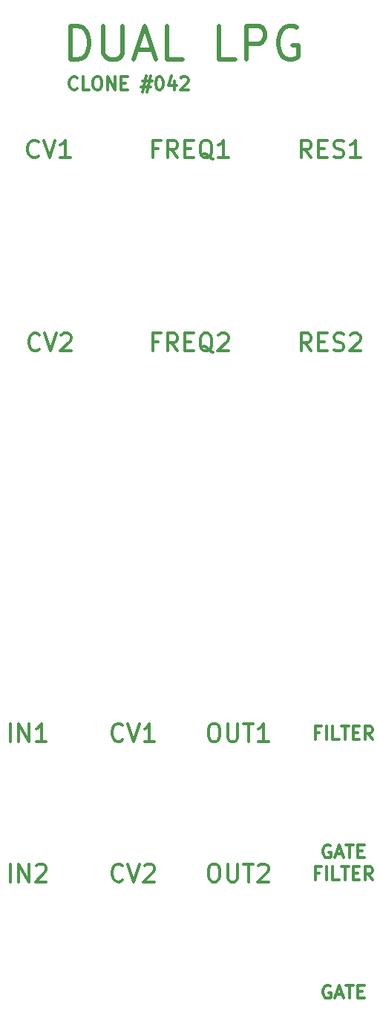
<source format=gbr>
G04 #@! TF.GenerationSoftware,KiCad,Pcbnew,(5.1.5-0)*
G04 #@! TF.CreationDate,2021-01-12T22:21:23-08:00*
G04 #@! TF.ProjectId,duallpg,6475616c-6c70-4672-9e6b-696361645f70,rev?*
G04 #@! TF.SameCoordinates,Original*
G04 #@! TF.FileFunction,Legend,Top*
G04 #@! TF.FilePolarity,Positive*
%FSLAX46Y46*%
G04 Gerber Fmt 4.6, Leading zero omitted, Abs format (unit mm)*
G04 Created by KiCad (PCBNEW (5.1.5-0)) date 2021-01-12 22:21:23*
%MOMM*%
%LPD*%
G04 APERTURE LIST*
%ADD10C,0.300000*%
%ADD11C,0.500000*%
G04 APERTURE END LIST*
D10*
X112892857Y91464285D02*
X112821428Y91392857D01*
X112607142Y91321428D01*
X112464285Y91321428D01*
X112250000Y91392857D01*
X112107142Y91535714D01*
X112035714Y91678571D01*
X111964285Y91964285D01*
X111964285Y92178571D01*
X112035714Y92464285D01*
X112107142Y92607142D01*
X112250000Y92750000D01*
X112464285Y92821428D01*
X112607142Y92821428D01*
X112821428Y92750000D01*
X112892857Y92678571D01*
X114250000Y91321428D02*
X113535714Y91321428D01*
X113535714Y92821428D01*
X115035714Y92821428D02*
X115321428Y92821428D01*
X115464285Y92750000D01*
X115607142Y92607142D01*
X115678571Y92321428D01*
X115678571Y91821428D01*
X115607142Y91535714D01*
X115464285Y91392857D01*
X115321428Y91321428D01*
X115035714Y91321428D01*
X114892857Y91392857D01*
X114750000Y91535714D01*
X114678571Y91821428D01*
X114678571Y92321428D01*
X114750000Y92607142D01*
X114892857Y92750000D01*
X115035714Y92821428D01*
X116321428Y91321428D02*
X116321428Y92821428D01*
X117178571Y91321428D01*
X117178571Y92821428D01*
X117892857Y92107142D02*
X118392857Y92107142D01*
X118607142Y91321428D02*
X117892857Y91321428D01*
X117892857Y92821428D01*
X118607142Y92821428D01*
X120321428Y92321428D02*
X121392857Y92321428D01*
X120750000Y92964285D02*
X120321428Y91035714D01*
X121250000Y91678571D02*
X120178571Y91678571D01*
X120821428Y91035714D02*
X121250000Y92964285D01*
X122178571Y92821428D02*
X122321428Y92821428D01*
X122464285Y92750000D01*
X122535714Y92678571D01*
X122607142Y92535714D01*
X122678571Y92250000D01*
X122678571Y91892857D01*
X122607142Y91607142D01*
X122535714Y91464285D01*
X122464285Y91392857D01*
X122321428Y91321428D01*
X122178571Y91321428D01*
X122035714Y91392857D01*
X121964285Y91464285D01*
X121892857Y91607142D01*
X121821428Y91892857D01*
X121821428Y92250000D01*
X121892857Y92535714D01*
X121964285Y92678571D01*
X122035714Y92750000D01*
X122178571Y92821428D01*
X123964285Y92321428D02*
X123964285Y91321428D01*
X123607142Y92892857D02*
X123250000Y91821428D01*
X124178571Y91821428D01*
X124678571Y92678571D02*
X124750000Y92750000D01*
X124892857Y92821428D01*
X125250000Y92821428D01*
X125392857Y92750000D01*
X125464285Y92678571D01*
X125535714Y92535714D01*
X125535714Y92392857D01*
X125464285Y92178571D01*
X124607142Y91321428D01*
X125535714Y91321428D01*
D11*
X112061904Y94780952D02*
X112061904Y98580952D01*
X112966666Y98580952D01*
X113509523Y98400000D01*
X113871428Y98038095D01*
X114052380Y97676190D01*
X114233333Y96952380D01*
X114233333Y96409523D01*
X114052380Y95685714D01*
X113871428Y95323809D01*
X113509523Y94961904D01*
X112966666Y94780952D01*
X112061904Y94780952D01*
X115861904Y98580952D02*
X115861904Y95504761D01*
X116042857Y95142857D01*
X116223809Y94961904D01*
X116585714Y94780952D01*
X117309523Y94780952D01*
X117671428Y94961904D01*
X117852380Y95142857D01*
X118033333Y95504761D01*
X118033333Y98580952D01*
X119661904Y95866666D02*
X121471428Y95866666D01*
X119300000Y94780952D02*
X120566666Y98580952D01*
X121833333Y94780952D01*
X124909523Y94780952D02*
X123100000Y94780952D01*
X123100000Y98580952D01*
X130880952Y94780952D02*
X129071428Y94780952D01*
X129071428Y98580952D01*
X132147619Y94780952D02*
X132147619Y98580952D01*
X133595238Y98580952D01*
X133957142Y98400000D01*
X134138095Y98219047D01*
X134319047Y97857142D01*
X134319047Y97314285D01*
X134138095Y96952380D01*
X133957142Y96771428D01*
X133595238Y96590476D01*
X132147619Y96590476D01*
X137938095Y98400000D02*
X137576190Y98580952D01*
X137033333Y98580952D01*
X136490476Y98400000D01*
X136128571Y98038095D01*
X135947619Y97676190D01*
X135766666Y96952380D01*
X135766666Y96409523D01*
X135947619Y95685714D01*
X136128571Y95323809D01*
X136490476Y94961904D01*
X137033333Y94780952D01*
X137395238Y94780952D01*
X137938095Y94961904D01*
X138119047Y95142857D01*
X138119047Y96409523D01*
X137395238Y96409523D01*
D10*
X122130952Y84642857D02*
X121464285Y84642857D01*
X121464285Y83595238D02*
X121464285Y85595238D01*
X122416666Y85595238D01*
X124321428Y83595238D02*
X123654761Y84547619D01*
X123178571Y83595238D02*
X123178571Y85595238D01*
X123940476Y85595238D01*
X124130952Y85500000D01*
X124226190Y85404761D01*
X124321428Y85214285D01*
X124321428Y84928571D01*
X124226190Y84738095D01*
X124130952Y84642857D01*
X123940476Y84547619D01*
X123178571Y84547619D01*
X125178571Y84642857D02*
X125845238Y84642857D01*
X126130952Y83595238D02*
X125178571Y83595238D01*
X125178571Y85595238D01*
X126130952Y85595238D01*
X128321428Y83404761D02*
X128130952Y83500000D01*
X127940476Y83690476D01*
X127654761Y83976190D01*
X127464285Y84071428D01*
X127273809Y84071428D01*
X127369047Y83595238D02*
X127178571Y83690476D01*
X126988095Y83880952D01*
X126892857Y84261904D01*
X126892857Y84928571D01*
X126988095Y85309523D01*
X127178571Y85500000D01*
X127369047Y85595238D01*
X127750000Y85595238D01*
X127940476Y85500000D01*
X128130952Y85309523D01*
X128226190Y84928571D01*
X128226190Y84261904D01*
X128130952Y83880952D01*
X127940476Y83690476D01*
X127750000Y83595238D01*
X127369047Y83595238D01*
X130130952Y83595238D02*
X128988095Y83595238D01*
X129559523Y83595238D02*
X129559523Y85595238D01*
X129369047Y85309523D01*
X129178571Y85119047D01*
X128988095Y85023809D01*
X108459523Y83785714D02*
X108364285Y83690476D01*
X108078571Y83595238D01*
X107888095Y83595238D01*
X107602380Y83690476D01*
X107411904Y83880952D01*
X107316666Y84071428D01*
X107221428Y84452380D01*
X107221428Y84738095D01*
X107316666Y85119047D01*
X107411904Y85309523D01*
X107602380Y85500000D01*
X107888095Y85595238D01*
X108078571Y85595238D01*
X108364285Y85500000D01*
X108459523Y85404761D01*
X109030952Y85595238D02*
X109697619Y83595238D01*
X110364285Y85595238D01*
X112078571Y83595238D02*
X110935714Y83595238D01*
X111507142Y83595238D02*
X111507142Y85595238D01*
X111316666Y85309523D01*
X111126190Y85119047D01*
X110935714Y85023809D01*
X139559523Y83595238D02*
X138892857Y84547619D01*
X138416666Y83595238D02*
X138416666Y85595238D01*
X139178571Y85595238D01*
X139369047Y85500000D01*
X139464285Y85404761D01*
X139559523Y85214285D01*
X139559523Y84928571D01*
X139464285Y84738095D01*
X139369047Y84642857D01*
X139178571Y84547619D01*
X138416666Y84547619D01*
X140416666Y84642857D02*
X141083333Y84642857D01*
X141369047Y83595238D02*
X140416666Y83595238D01*
X140416666Y85595238D01*
X141369047Y85595238D01*
X142130952Y83690476D02*
X142416666Y83595238D01*
X142892857Y83595238D01*
X143083333Y83690476D01*
X143178571Y83785714D01*
X143273809Y83976190D01*
X143273809Y84166666D01*
X143178571Y84357142D01*
X143083333Y84452380D01*
X142892857Y84547619D01*
X142511904Y84642857D01*
X142321428Y84738095D01*
X142226190Y84833333D01*
X142130952Y85023809D01*
X142130952Y85214285D01*
X142226190Y85404761D01*
X142321428Y85500000D01*
X142511904Y85595238D01*
X142988095Y85595238D01*
X143273809Y85500000D01*
X145178571Y83595238D02*
X144035714Y83595238D01*
X144607142Y83595238D02*
X144607142Y85595238D01*
X144416666Y85309523D01*
X144226190Y85119047D01*
X144035714Y85023809D01*
X139559523Y61595238D02*
X138892857Y62547619D01*
X138416666Y61595238D02*
X138416666Y63595238D01*
X139178571Y63595238D01*
X139369047Y63500000D01*
X139464285Y63404761D01*
X139559523Y63214285D01*
X139559523Y62928571D01*
X139464285Y62738095D01*
X139369047Y62642857D01*
X139178571Y62547619D01*
X138416666Y62547619D01*
X140416666Y62642857D02*
X141083333Y62642857D01*
X141369047Y61595238D02*
X140416666Y61595238D01*
X140416666Y63595238D01*
X141369047Y63595238D01*
X142130952Y61690476D02*
X142416666Y61595238D01*
X142892857Y61595238D01*
X143083333Y61690476D01*
X143178571Y61785714D01*
X143273809Y61976190D01*
X143273809Y62166666D01*
X143178571Y62357142D01*
X143083333Y62452380D01*
X142892857Y62547619D01*
X142511904Y62642857D01*
X142321428Y62738095D01*
X142226190Y62833333D01*
X142130952Y63023809D01*
X142130952Y63214285D01*
X142226190Y63404761D01*
X142321428Y63500000D01*
X142511904Y63595238D01*
X142988095Y63595238D01*
X143273809Y63500000D01*
X144035714Y63404761D02*
X144130952Y63500000D01*
X144321428Y63595238D01*
X144797619Y63595238D01*
X144988095Y63500000D01*
X145083333Y63404761D01*
X145178571Y63214285D01*
X145178571Y63023809D01*
X145083333Y62738095D01*
X143940476Y61595238D01*
X145178571Y61595238D01*
X122130952Y62642857D02*
X121464285Y62642857D01*
X121464285Y61595238D02*
X121464285Y63595238D01*
X122416666Y63595238D01*
X124321428Y61595238D02*
X123654761Y62547619D01*
X123178571Y61595238D02*
X123178571Y63595238D01*
X123940476Y63595238D01*
X124130952Y63500000D01*
X124226190Y63404761D01*
X124321428Y63214285D01*
X124321428Y62928571D01*
X124226190Y62738095D01*
X124130952Y62642857D01*
X123940476Y62547619D01*
X123178571Y62547619D01*
X125178571Y62642857D02*
X125845238Y62642857D01*
X126130952Y61595238D02*
X125178571Y61595238D01*
X125178571Y63595238D01*
X126130952Y63595238D01*
X128321428Y61404761D02*
X128130952Y61500000D01*
X127940476Y61690476D01*
X127654761Y61976190D01*
X127464285Y62071428D01*
X127273809Y62071428D01*
X127369047Y61595238D02*
X127178571Y61690476D01*
X126988095Y61880952D01*
X126892857Y62261904D01*
X126892857Y62928571D01*
X126988095Y63309523D01*
X127178571Y63500000D01*
X127369047Y63595238D01*
X127750000Y63595238D01*
X127940476Y63500000D01*
X128130952Y63309523D01*
X128226190Y62928571D01*
X128226190Y62261904D01*
X128130952Y61880952D01*
X127940476Y61690476D01*
X127750000Y61595238D01*
X127369047Y61595238D01*
X128988095Y63404761D02*
X129083333Y63500000D01*
X129273809Y63595238D01*
X129750000Y63595238D01*
X129940476Y63500000D01*
X130035714Y63404761D01*
X130130952Y63214285D01*
X130130952Y63023809D01*
X130035714Y62738095D01*
X128892857Y61595238D01*
X130130952Y61595238D01*
X108559523Y61785714D02*
X108464285Y61690476D01*
X108178571Y61595238D01*
X107988095Y61595238D01*
X107702380Y61690476D01*
X107511904Y61880952D01*
X107416666Y62071428D01*
X107321428Y62452380D01*
X107321428Y62738095D01*
X107416666Y63119047D01*
X107511904Y63309523D01*
X107702380Y63500000D01*
X107988095Y63595238D01*
X108178571Y63595238D01*
X108464285Y63500000D01*
X108559523Y63404761D01*
X109130952Y63595238D02*
X109797619Y61595238D01*
X110464285Y63595238D01*
X111035714Y63404761D02*
X111130952Y63500000D01*
X111321428Y63595238D01*
X111797619Y63595238D01*
X111988095Y63500000D01*
X112083333Y63404761D01*
X112178571Y63214285D01*
X112178571Y63023809D01*
X112083333Y62738095D01*
X110940476Y61595238D01*
X112178571Y61595238D01*
X105250000Y1095238D02*
X105250000Y3095238D01*
X106202380Y1095238D02*
X106202380Y3095238D01*
X107345238Y1095238D01*
X107345238Y3095238D01*
X108202380Y2904761D02*
X108297619Y3000000D01*
X108488095Y3095238D01*
X108964285Y3095238D01*
X109154761Y3000000D01*
X109250000Y2904761D01*
X109345238Y2714285D01*
X109345238Y2523809D01*
X109250000Y2238095D01*
X108107142Y1095238D01*
X109345238Y1095238D01*
X118059523Y1285714D02*
X117964285Y1190476D01*
X117678571Y1095238D01*
X117488095Y1095238D01*
X117202380Y1190476D01*
X117011904Y1380952D01*
X116916666Y1571428D01*
X116821428Y1952380D01*
X116821428Y2238095D01*
X116916666Y2619047D01*
X117011904Y2809523D01*
X117202380Y3000000D01*
X117488095Y3095238D01*
X117678571Y3095238D01*
X117964285Y3000000D01*
X118059523Y2904761D01*
X118630952Y3095238D02*
X119297619Y1095238D01*
X119964285Y3095238D01*
X120535714Y2904761D02*
X120630952Y3000000D01*
X120821428Y3095238D01*
X121297619Y3095238D01*
X121488095Y3000000D01*
X121583333Y2904761D01*
X121678571Y2714285D01*
X121678571Y2523809D01*
X121583333Y2238095D01*
X120440476Y1095238D01*
X121678571Y1095238D01*
X128297619Y3095238D02*
X128678571Y3095238D01*
X128869047Y3000000D01*
X129059523Y2809523D01*
X129154761Y2428571D01*
X129154761Y1761904D01*
X129059523Y1380952D01*
X128869047Y1190476D01*
X128678571Y1095238D01*
X128297619Y1095238D01*
X128107142Y1190476D01*
X127916666Y1380952D01*
X127821428Y1761904D01*
X127821428Y2428571D01*
X127916666Y2809523D01*
X128107142Y3000000D01*
X128297619Y3095238D01*
X130011904Y3095238D02*
X130011904Y1476190D01*
X130107142Y1285714D01*
X130202380Y1190476D01*
X130392857Y1095238D01*
X130773809Y1095238D01*
X130964285Y1190476D01*
X131059523Y1285714D01*
X131154761Y1476190D01*
X131154761Y3095238D01*
X131821428Y3095238D02*
X132964285Y3095238D01*
X132392857Y1095238D02*
X132392857Y3095238D01*
X133535714Y2904761D02*
X133630952Y3000000D01*
X133821428Y3095238D01*
X134297619Y3095238D01*
X134488095Y3000000D01*
X134583333Y2904761D01*
X134678571Y2714285D01*
X134678571Y2523809D01*
X134583333Y2238095D01*
X133440476Y1095238D01*
X134678571Y1095238D01*
X140500000Y2107142D02*
X140000000Y2107142D01*
X140000000Y1321428D02*
X140000000Y2821428D01*
X140714285Y2821428D01*
X141285714Y1321428D02*
X141285714Y2821428D01*
X142714285Y1321428D02*
X142000000Y1321428D01*
X142000000Y2821428D01*
X143000000Y2821428D02*
X143857142Y2821428D01*
X143428571Y1321428D02*
X143428571Y2821428D01*
X144357142Y2107142D02*
X144857142Y2107142D01*
X145071428Y1321428D02*
X144357142Y1321428D01*
X144357142Y2821428D01*
X145071428Y2821428D01*
X146571428Y1321428D02*
X146071428Y2035714D01*
X145714285Y1321428D02*
X145714285Y2821428D01*
X146285714Y2821428D01*
X146428571Y2750000D01*
X146500000Y2678571D01*
X146571428Y2535714D01*
X146571428Y2321428D01*
X146500000Y2178571D01*
X146428571Y2107142D01*
X146285714Y2035714D01*
X145714285Y2035714D01*
X141750000Y-10750000D02*
X141607142Y-10678571D01*
X141392857Y-10678571D01*
X141178571Y-10750000D01*
X141035714Y-10892857D01*
X140964285Y-11035714D01*
X140892857Y-11321428D01*
X140892857Y-11535714D01*
X140964285Y-11821428D01*
X141035714Y-11964285D01*
X141178571Y-12107142D01*
X141392857Y-12178571D01*
X141535714Y-12178571D01*
X141750000Y-12107142D01*
X141821428Y-12035714D01*
X141821428Y-11535714D01*
X141535714Y-11535714D01*
X142392857Y-11750000D02*
X143107142Y-11750000D01*
X142250000Y-12178571D02*
X142750000Y-10678571D01*
X143250000Y-12178571D01*
X143535714Y-10678571D02*
X144392857Y-10678571D01*
X143964285Y-12178571D02*
X143964285Y-10678571D01*
X144892857Y-11392857D02*
X145392857Y-11392857D01*
X145607142Y-12178571D02*
X144892857Y-12178571D01*
X144892857Y-10678571D01*
X145607142Y-10678571D01*
X141750000Y5250000D02*
X141607142Y5321428D01*
X141392857Y5321428D01*
X141178571Y5250000D01*
X141035714Y5107142D01*
X140964285Y4964285D01*
X140892857Y4678571D01*
X140892857Y4464285D01*
X140964285Y4178571D01*
X141035714Y4035714D01*
X141178571Y3892857D01*
X141392857Y3821428D01*
X141535714Y3821428D01*
X141750000Y3892857D01*
X141821428Y3964285D01*
X141821428Y4464285D01*
X141535714Y4464285D01*
X142392857Y4250000D02*
X143107142Y4250000D01*
X142250000Y3821428D02*
X142750000Y5321428D01*
X143250000Y3821428D01*
X143535714Y5321428D02*
X144392857Y5321428D01*
X143964285Y3821428D02*
X143964285Y5321428D01*
X144892857Y4607142D02*
X145392857Y4607142D01*
X145607142Y3821428D02*
X144892857Y3821428D01*
X144892857Y5321428D01*
X145607142Y5321428D01*
X140500000Y18107142D02*
X140000000Y18107142D01*
X140000000Y17321428D02*
X140000000Y18821428D01*
X140714285Y18821428D01*
X141285714Y17321428D02*
X141285714Y18821428D01*
X142714285Y17321428D02*
X142000000Y17321428D01*
X142000000Y18821428D01*
X143000000Y18821428D02*
X143857142Y18821428D01*
X143428571Y17321428D02*
X143428571Y18821428D01*
X144357142Y18107142D02*
X144857142Y18107142D01*
X145071428Y17321428D02*
X144357142Y17321428D01*
X144357142Y18821428D01*
X145071428Y18821428D01*
X146571428Y17321428D02*
X146071428Y18035714D01*
X145714285Y17321428D02*
X145714285Y18821428D01*
X146285714Y18821428D01*
X146428571Y18750000D01*
X146500000Y18678571D01*
X146571428Y18535714D01*
X146571428Y18321428D01*
X146500000Y18178571D01*
X146428571Y18107142D01*
X146285714Y18035714D01*
X145714285Y18035714D01*
X128297619Y19095238D02*
X128678571Y19095238D01*
X128869047Y19000000D01*
X129059523Y18809523D01*
X129154761Y18428571D01*
X129154761Y17761904D01*
X129059523Y17380952D01*
X128869047Y17190476D01*
X128678571Y17095238D01*
X128297619Y17095238D01*
X128107142Y17190476D01*
X127916666Y17380952D01*
X127821428Y17761904D01*
X127821428Y18428571D01*
X127916666Y18809523D01*
X128107142Y19000000D01*
X128297619Y19095238D01*
X130011904Y19095238D02*
X130011904Y17476190D01*
X130107142Y17285714D01*
X130202380Y17190476D01*
X130392857Y17095238D01*
X130773809Y17095238D01*
X130964285Y17190476D01*
X131059523Y17285714D01*
X131154761Y17476190D01*
X131154761Y19095238D01*
X131821428Y19095238D02*
X132964285Y19095238D01*
X132392857Y17095238D02*
X132392857Y19095238D01*
X134678571Y17095238D02*
X133535714Y17095238D01*
X134107142Y17095238D02*
X134107142Y19095238D01*
X133916666Y18809523D01*
X133726190Y18619047D01*
X133535714Y18523809D01*
X118059523Y17285714D02*
X117964285Y17190476D01*
X117678571Y17095238D01*
X117488095Y17095238D01*
X117202380Y17190476D01*
X117011904Y17380952D01*
X116916666Y17571428D01*
X116821428Y17952380D01*
X116821428Y18238095D01*
X116916666Y18619047D01*
X117011904Y18809523D01*
X117202380Y19000000D01*
X117488095Y19095238D01*
X117678571Y19095238D01*
X117964285Y19000000D01*
X118059523Y18904761D01*
X118630952Y19095238D02*
X119297619Y17095238D01*
X119964285Y19095238D01*
X121678571Y17095238D02*
X120535714Y17095238D01*
X121107142Y17095238D02*
X121107142Y19095238D01*
X120916666Y18809523D01*
X120726190Y18619047D01*
X120535714Y18523809D01*
X105250000Y17095238D02*
X105250000Y19095238D01*
X106202380Y17095238D02*
X106202380Y19095238D01*
X107345238Y17095238D01*
X107345238Y19095238D01*
X109345238Y17095238D02*
X108202380Y17095238D01*
X108773809Y17095238D02*
X108773809Y19095238D01*
X108583333Y18809523D01*
X108392857Y18619047D01*
X108202380Y18523809D01*
M02*

</source>
